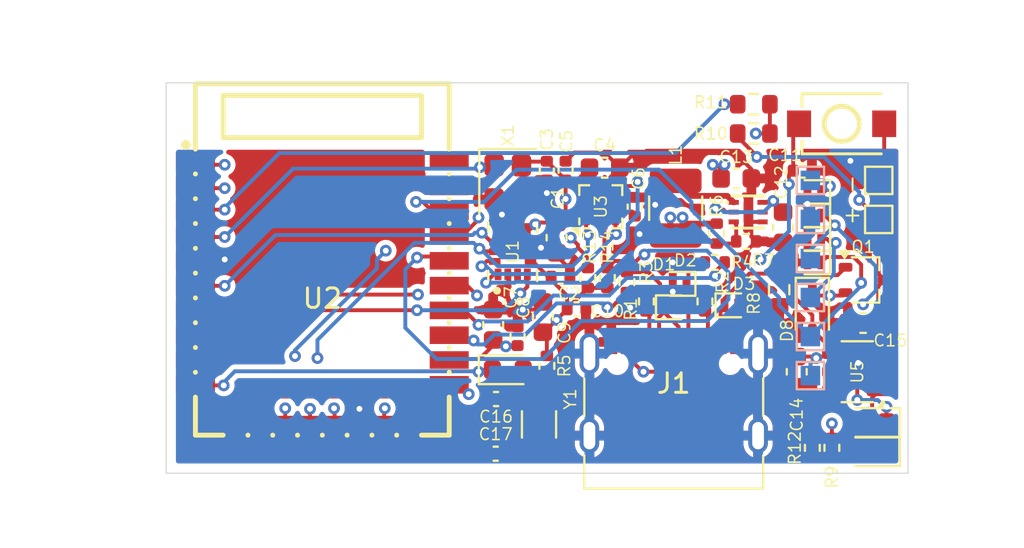
<source format=kicad_pcb>
(kicad_pcb (version 20241229) (generator "pcbnew") (generator_version "9.0")
  (layers (0 "F.Cu" signal) (4 "In1.Cu" signal) (6 "In2.Cu" signal) (2 "B.Cu" signal) (13 "F.Paste" user) (15 "B.Paste" user) (5 "F.SilkS" user "F.Silkscreen") (7 "B.SilkS" user "B.Silkscreen") (1 "F.Mask" user) (3 "B.Mask" user) (25 "Edge.Cuts" user))
  (net 0 "")
  (net 1 "GND")
  (net 2 "+3V3")
  (net 3 "Net-(U3-C1)")
  (net 4 "VBUS")
  (net 5 "KEY")
  (net 6 "VDC")
  (net 7 "+BATT")
  (net 8 "Net-(U2-XL1)")
  (net 9 "Net-(C16-Pad2)")
  (net 10 "Net-(C17-Pad2)")
  (net 11 "Net-(U2-XL2)")
  (net 12 "DN")
  (net 13 "DP")
  (net 14 "SWD")
  (net 15 "SWC")
  (net 16 "~{RST}")
  (net 17 "DOCK")
  (net 19 "Net-(J1-CC1)")
  (net 20 "Net-(J1-CC2)")
  (net 22 "Net-(U4-SW)")
  (net 23 "Net-(LED1-A)")
  (net 24 "LED")
  (net 25 "Net-(LED2-A)")
  (net 26 "Net-(LED2-K)")
  (net 27 "Net-(LED3-K)")
  (net 28 "Net-(U2-D-)")
  (net 29 "Net-(U2-D+)")
  (net 30 "Net-(U4-FB)")
  (net 31 "BATLVL")
  (net 32 "~{ADC_EN}")
  (net 33 "Net-(U5-PROG)")
  (net 34 "~{CS}_IMU")
  (net 35 "~{CS}_MAG")
  (net 36 "MOSI")
  (net 37 "MISO")
  (net 38 "SCLK")
  (net 39 "CLK")
  (net 40 "INT")
  (net 43 "OSC_EN")
  (footprint "LED_SMD:LED_0603_1608Metric" (layer "F.Cu") (at 86.1125 51.4 180)
    (property "Reference" "LED3" (hide yes))
    (property "Value" "XL-1608UGC-06")
  )
  (footprint "Capacitor_SMD:C_0603_1608Metric" (layer "F.Cu") (at 66.75 46.4 90)
    (property "Reference" "C7")
    (property "Value" "1u")
  )
  (footprint "Resistor_SMD:R_0402_1005Metric" (layer "F.Cu") (at 73.6 44.21 -90)
    (property "Reference" "R3")
    (property "Value" "27")
  )
  (footprint "Capacitor_SMD:C_0603_1608Metric" (layer "F.Cu") (at 85.7 46.3 180)
    (property "Reference" "C15")
    (property "Value" "10u")
  )
  (footprint "Package_LGA:LGA-12_2x2mm_P0.5mm" (layer "F.Cu") (at 72.2625 40.35 90)
    (property "Reference" "U3")
    (property "Value" "LIS2MDL")
  )
  (footprint "Resistor_SMD:R_0402_1005Metric" (layer "F.Cu") (at 78.1 43.2)
    (property "Reference" "R4")
    (property "Value" "27")
  )
  (footprint "Resistor_SMD:R_0402_1005Metric" (layer "F.Cu") (at 84.1 52.7 90)
    (property "Reference" "R9")
    (property "Value" "1k")
  )
  (footprint "TestPoint:TestPoint_Pad_1.0x1.0mm" (layer "F.Cu") (at 86.5 41 180)
    (property "Reference" "TP7" (hide yes))
    (property "Value" "TestPoint")
  )
  (footprint "Diode_SMD:D_SOD-882" (layer "F.Cu") (at 83.2 42 180)
    (property "Reference" "D4" (hide yes))
    (property "Value" "PESD5V0X1UB")
  )
  (footprint "Resistor_SMD:R_0402_1005Metric" (layer "F.Cu") (at 71.6 44 -90)
    (property "Reference" "R13")
    (property "Value" "100k")
  )
  (footprint "Diode_SMD:D_SOD-882" (layer "F.Cu") (at 76.3 44.3 180)
    (property "Reference" "D2")
    (property "Value" "PESD5V0X1UB")
  )
  (footprint "Capacitor_SMD:C_0402_1005Metric" (layer "F.Cu") (at 70.4625 38.5 90)
    (property "Reference" "C5")
    (property "Value" "100n")
  )
  (footprint "Capacitor_SMD:C_0402_1005Metric" (layer "F.Cu") (at 68 46.98 90)
    (property "Reference" "C8")
    (property "Value" "100n")
  )
  (footprint "Capacitor_SMD:C_0402_1005Metric" (layer "F.Cu") (at 66.9 50.2)
    (property "Reference" "C16")
    (property "Value" "22p")
  )
  (footprint "Inductor_SMD:L_1210_3225Metric" (layer "F.Cu") (at 76.1 40.425 -90)
    (property "Reference" "L1")
    (property "Value" "2.2u")
  )
  (footprint "Diode_SMD:D_SOD-882" (layer "F.Cu") (at 83.2 43.2 180)
    (property "Reference" "D5" (hide yes))
    (property "Value" "PESD5V0X1UB")
  )
  (footprint "Resistor_SMD:R_0402_1005Metric" (layer "F.Cu") (at 79.71 42.125)
    (property "Reference" "R7")
    (property "Value" "499k")
  )
  (footprint "Crystal:Crystal_SMD_2520-4Pin_2.5x2.0mm" (layer "F.Cu") (at 67.5 39.1 -90)
    (property "Reference" "X1")
    (property "Value" "S2D32.768KB20F30T")
  )
  (footprint "Capacitor_SMD:C_0402_1005Metric" (layer "F.Cu") (at 66.88 53)
    (property "Reference" "C17")
    (property "Value" "22p")
  )
  (footprint "Diode_SMD:D_SOD-882" (layer "F.Cu") (at 75.9 45.5)
    (property "Reference" "D1")
    (property "Value" "PESD5V0X1UB")
  )
  (footprint "Capacitor_SMD:C_0603_1608Metric" (layer "F.Cu") (at 81.6 41.4 -90)
    (property "Reference" "C12")
    (property "Value" "10u")
  )
  (footprint "Resistor_SMD:R_0402_1005Metric" (layer "F.Cu") (at 83.1 52.7 90)
    (property "Reference" "R12")
    (property "Value" "10k")
  )
  (footprint "Capacitor_SMD:C_0402_1005Metric" (layer "F.Cu") (at 74 40.35 90)
    (property "Reference" "C6")
    (property "Value" "220n")
  )
  (footprint "nrfslime:SW-SMD_L3.9-W3.0-P4.45" (layer "F.Cu") (at 84.6 36.1)
    (property "Reference" "SW1" (hide yes))
    (property "Value" "TS-1088-AR02016")
  )
  (footprint "Resistor_SMD:R_0402_1005Metric" (layer "F.Cu") (at 72.6 44 -90)
    (property "Reference" "R14")
    (property "Value" "100k")
  )
  (footprint "Capacitor_SMD:C_0402_1005Metric" (layer "F.Cu") (at 71.02 45.6)
    (property "Reference" "C10")
    (property "Value" "100n")
  )
  (footprint "Package_TO_SOT_SMD:SOT-23-6" (layer "F.Cu") (at 85.4 48.8 180)
    (property "Reference" "U5")
    (property "Value" "TP4057-42-SOT26-R")
  )
  (footprint "Resistor_SMD:R_0402_1005Metric" (layer "F.Cu") (at 69.5 48.5 90)
    (property "Reference" "R5")
    (property "Value" "1k")
  )
  (footprint "Crystal:Crystal_SMD_3215-2Pin_3.2x1.5mm" (layer "F.Cu") (at 69.1 51.5 90)
    (property "Reference" "Y1")
    (property "Value" "Q13FC13500004")
  )
  (footprint "Capacitor_SMD:C_0603_1608Metric" (layer "F.Cu") (at 69.3 46 90)
    (property "Reference" "C9")
    (property "Value" "1u")
  )
  (footprint "Resistor_SMD:R_0402_1005Metric" (layer "F.Cu") (at 78.2 41.725 -90)
    (property "Reference" "R6")
    (property "Value" "965k")
  )
  (footprint "Capacitor_SMD:C_0603_1608Metric" (layer "F.Cu") (at 72.4625 38.35)
    (property "Reference" "C4")
    (property "Value" "10u")
  )
  (footprint "Resistor_SMD:R_0402_1005Metric" (layer "F.Cu") (at 74.6 45.2 90)
    (property "Reference" "R1")
    (property "Value" "5.1k")
  )
  (footprint "Capacitor_SMD:C_0402_1005Metric" (layer "F.Cu") (at 82.6 38.5)
    (property "Reference" "C11")
    (property "Value" "220n")
  )
  (footprint "nrfslime:DFN-6_L1.5-W1.5-P0.50-BL-EP1.0" (layer "F.Cu") (at 79.81 40.625)
    (property "Reference" "U4" (hide yes))
    (property "Value" "EA8103DHR")
  )
  (footprint "Resistor_SMD:R_0603_1608Metric" (layer "F.Cu") (at 81.4 44.6 90)
    (property "Reference" "R8")
    (property "Value" "100k")
  )
  (footprint "LED_SMD:LED_0603_1608Metric" (layer "F.Cu") (at 86.1 52.9 180)
    (property "Reference" "LED2" (hide yes))
    (property "Value" "XL-1608SURC-06")
  )
  (footprint "Diode_SMD:D_SOD-882" (layer "F.Cu") (at 83.2 40.8 180)
    (property "Reference" "D6" (hide yes))
    (property "Value" "PESD5V0X1UB")
  )
  (footprint "Resistor_SMD:R_0603_1608Metric" (layer "F.Cu") (at 80.1 35.1)
    (property "Reference" "R11")
    (property "Value" "51k")
  )
  (footprint "Diode_SMD:D_SOD-882" (layer "F.Cu") (at 78.95 45.4)
    (property "Reference" "D3")
    (property "Value" "PESD5V0X1UB")
  )
  (footprint "Capacitor_SMD:C_0603_1608Metric" (layer "F.Cu") (at 82.3 48.8 90)
    (property "Reference" "C14")
    (property "Value" "1u")
  )
  (footprint "42688:PQFN50P300X250X97-14N" (layer "F.Cu") (at 67.75 42.65 90)
    (property "Reference" "U1")
    (property "Value" "ICM-45686")
  )
  (footprint "Capacitor_SMD:C_0603_1608Metric" (layer "F.Cu") (at 79.2 38.9)
    (property "Reference" "C13")
    (property "Value" "10u")
  )
  (footprint "Package_TO_SOT_SMD:SOT-323_SC-70" (layer "F.Cu") (at 85.8 44.1)
    (property "Reference" "Q1")
    (property "Value" "NTS2101PT1G")
  )
  (footprint "Connector_USB:USB_C_Receptacle_G-Switch_GT-USB-7010ASV" (layer "F.Cu") (at 76 51)
    (property "Reference" "J1")
    (property "Value" "GT-USB-7010ASV")
  )
  (footprint "nrf:E73-2G4M08S1C_nobottom" (layer "F.Cu") (at 58 45.05 180)
    (property "Reference" "U2")
    (property "Value" "E73-2G4M08S1C")
  )
  (footprint "Resistor_SMD:R_0402_1005Metric" (layer "F.Cu") (at 77.6 45.2 90)
    (property "Reference" "R2")
    (property "Value" "5.1k")
  )
  (footprint "Capacitor_SMD:C_0402_1005Metric" (layer "F.Cu") (at 70.2 43.935)
    (property "Reference" "C2")
    (property "Value" "100n")
  )
  (footprint "Capacitor_SMD:C_0402_1005Metric" (layer "F.Cu") (at 69.5 38.5 -90)
    (property "Reference" "C3")
    (property "Value" "100n")
  )
  (footprint "TestPoint:TestPoint_Pad_1.0x1.0mm" (layer "F.Cu") (at 86.5 39 180)
    (property "Reference" "TP8" (hide yes))
    (property "Value" "TestPoint")
  )
  (footprint "Diode_SMD:D_SOD-323" (layer "F.Cu") (at 83.1 45.6 -90)
    (property "Reference" "D8")
    (property "Value" "1N5819WS")
  )
  (footprint "LED_SMD:LED_0603_1608Metric" (layer "F.Cu") (at 67.5 48.7)
    (property "Reference" "LED1" (hide yes))
    (property "Value" "XL-1608UBC-04")
  )
  (footprint "Resistor_SMD:R_0603_1608Metric" (layer "F.Cu") (at 80.1 36.6 180)
    (property "Reference" "R10")
    (property "Value" "100k")
  )
  (footprint "Capacitor_SMD:C_0603_1608Metric" (layer "F.Cu") (at 70 41.935 -90)
    (property "Reference" "C1")
    (property "Value" "10u")
  )
  (footprint "Diode_SMD:D_SOD-882" (layer "F.Cu") (at 83.2 39.6 180)
    (property "Reference" "D7" (hide yes))
    (property "Value" "PESD5V0X1UB")
  )
  (footprint "TestPoint:TestPoint_Pad_1.0x1.0mm" (layer "B.Cu") (at 83 39 180)
    (property "Reference" "TP6" (hide yes))
    (property "Value" "TestPoint")
  )
  (footprint "TestPoint:TestPoint_Pad_1.0x1.0mm" (layer "B.Cu") (at 83 47 180)
    (property "Reference" "TP3" (hide yes))
    (property "Value" "TestPoint")
  )
  (footprint "TestPoint:TestPoint_Pad_1.0x1.0mm" (layer "B.Cu") (at 83 49 180)
    (property "Reference" "TP1" (hide yes))
    (property "Value" "TestPoint")
  )
  (footprint "TestPoint:TestPoint_Pad_1.0x1.0mm" (layer "B.Cu") (at 83 45 180)
    (property "Reference" "TP2" (hide yes))
    (property "Value" "TestPoint")
  )
  (footprint "TestPoint:TestPoint_Pad_1.0x1.0mm" (layer "B.Cu") (at 83 41 180)
    (property "Reference" "TP5" (hide yes))
    (property "Value" "TestPoint")
  )
  (footprint "TestPoint:TestPoint_Pad_1.0x1.0mm" (layer "B.Cu") (at 83 43 180)
    (property "Reference" "TP4" (hide yes))
    (property "Value" "TestPoint")
  )
  (gr_rect (start 50 34) (end 88 54) (stroke (width 0.05)) (fill no) (layer "Edge.Cuts"))
  (gr_text "+ -" (at 85.1 40 90) (layer "F.SilkS") (effects (font (size 0.8 0.8) (thickness 0.1))))
  (segment (start 79.975 41.2) (end 79.975 41.88) (width 0.2) (layer "F.Cu") (net 1))
  (segment (start 79.975 38.9) (end 79.975 38.425) (width 0.2) (layer "F.Cu") (net 1))
  (segment (start 72.4615 37.574) (end 73.2375 38.35) (width 0.2) (layer "F.Cu") (net 1))
  (segment (start 81.55 42.125) (end 81.6 42.175) (width 0.2) (layer "F.Cu") (net 1))
  (segment (start 72.5125 39.075) (end 73.2375 38.35) (width 0.2) (layer "F.Cu") (net 1))
  (segment (start 74 39.87) (end 74.66853 39.87) (width 0.2) (layer "F.Cu") (net 1))
  (segment (start 72.5125 39.5875) (end 72.5125 39.075) (width 0.2) (layer "F.Cu") (net 1))
  (segment (start 76.25 45.15) (end 76.25 45.5) (width 0.2) (layer "F.Cu") (net 1))
  (segment (start 80.5475 41.125) (end 80.05 41.125) (width 0.2) (layer "F.Cu") (net 1))
  (segment (start 69.85 42.45) (end 69.85 42.71) (width 0.2) (layer "F.Cu") (net 1))
  (segment (start 66.8 39.975) (end 66.8 40.5) (width 0.2) (layer "F.Cu") (net 1))
  (segment (start 73.77 45.52) (end 74.6 44.69) (width 0.2) (layer "F.Cu") (net 1))
  (segment (start 80.22 42.125) (end 81.55 42.125) (width 0.2) (layer "F.Cu") (net 1))
  (segment (start 79.975 41.88) (end 80.22 42.125) (width 0.2) (layer "F.Cu") (net 1))
  (segment (start 70.53 43.39) (end 69.85 42.71) (width 0.2) (layer "F.Cu") (net 1))
  (segment (start 70.4625 38.02) (end 70.9085 37.574) (width 0.2) (layer "F.Cu") (net 1))
  (segment (start 74.66853 39.87) (end 75.049265 40.250735) (width 0.2) (layer "F.Cu") (net 1))
  (segment (start 79.975 38.9) (end 79.975 41.2) (width 0.2) (layer "F.Cu") (net 1))
  (segment (start 70.53 43.935) (end 70.53 43.39) (width 0.2) (layer "F.Cu") (net 1))
  (segment (start 67.5 43.815) (end 67.899 43.815) (width 0.2) (layer "F.Cu") (net 1))
  (segment (start 59.9 52.01) (end 59.9 50.7) (width 0.2) (layer "F.Cu") (net 1))
  (segment (start 85.45 48.35) (end 85.9 48.8) (width 0.2) (layer "F.Cu") (net 1))
  (segment (start 79.6 43.4829) (end 79.6 42.745) (width 0.2) (layer "F.Cu") (net 1))
  (segment (start 70.9085 37.574) (end 72.4615 37.574) (width 0.2) (layer "F.Cu") (net 1))
  (segment (start 85.9 48.8) (end 86.5375 48.8) (width 0.2) (layer "F.Cu") (net 1))
  (segment (start 86.78 38.72) (end 86.5 39) (width 0.2) (layer "F.Cu") (net 1))
  (segment (start 73.9885 37.599) (end 73.2375 38.35) (width 0.2) (layer "F.Cu") (net 1))
  (segment (start 77.6 44.69) (end 78.3929 44.69) (width 0.2) (layer "F.Cu") (net 1))
  (segment (start 75.95 44.7) (end 75.95 44.85) (width 0.2) (layer "F.Cu") (net 1))
  (segment (start 66.8 40.5) (end 67.45 41.15) (width 0.2) (layer "F.Cu") (net 1))
  (segment (start 75.95 44.85) (end 76.25 45.15) (width 0.2) (layer "F.Cu") (net 1))
  (segment (start 79.149 37.599) (end 73.9885 37.599) (width 0.2) (layer "F.Cu") (net 1))
  (segment (start 80.05 41.125) (end 79.975 41.2) (width 0.2) (layer "F.Cu") (net 1))
  (segment (start 79.975 38.425) (end 79.149 37.599) (width 0.2) (layer "F.Cu") (net 1))
  (segment (start 68.465 42.135) (end 69.275 42.135) (width 0.2) (layer "F.Cu") (net 1))
  (segment (start 69.275 42.135) (end 69.85 42.71) (width 0.2) (layer "F.Cu") (net 1))
  (segment (start 86.78 36.1) (end 86.78 38.72) (width 0.2) (layer "F.Cu") (net 1))
  (segment (start 73.025 40.1) (end 73.67 40.1) (width 0.2) (layer "F.Cu") (net 1))
  (segment (start 67.45 41.15) (end 67.45 41.485) (width 0.2) (layer "F.Cu") (net 1))
  (segment (start 68.265447 45.618923) (end 68.906077 45.618923) (width 0.2) (layer "F.Cu") (net 1))
  (segment (start 66.95 41.485) (end 67.45 41.485) (width 0.2) (layer "F.Cu") (net 1))
  (segment (start 78.3929 44.69) (end 79.6 43.4829) (width 0.2) (layer "F.Cu") (net 1))
  (segment (start 75.95 44.7) (end 75.95 44.3) (width 0.2) (layer "F.Cu") (net 1))
  (segment (start 79.6 42.745) (end 80.22 42.125) (width 0.2) (layer "F.Cu") (net 1))
  (segment (start 68.906077 45.618923) (end 69.3 45.225) (width 0.2) (layer "F.Cu") (net 1))
  (segment (start 73.67 40.1) (end 74 39.77) (width 0.2) (layer "F.Cu") (net 1))
  (via (at 68.265447 45.618923) (size 0.6) (drill 0.3) (layers "F.Cu" "B.Cu") (net 1))
  (via (at 85.05 38) (size 0.6) (drill 0.3) (layers "F.Cu" "B.Cu") (net 1))
  (via (at 59.9 50.7) (size 0.6) (drill 0.3) (layers "F.Cu" "B.Cu") (net 1))
  (via (at 67.2 40.75) (size 0.6) (drill 0.3) (layers "F.Cu" "B.Cu") (net 1))
  (via (at 75.95 44.7) (size 0.6) (drill 0.3) (layers "F.Cu" "B.Cu") (net 1))
  (via (at 74.25 41.75) (size 0.6) (drill 0.3) (layers "F.Cu" "B.Cu") (net 1))
  (via (at 75.049265 40.250735) (size 0.6) (drill 0.3) (layers "F.Cu" "B.Cu") (net 1))
  (via (at 75.95 43.2) (size 0.6) (drill 0.3) (layers "F.Cu" "B.Cu") (net 1))
  (via (at 69.5 39.65) (size 0.6) (drill 0.3) (layers "F.Cu" "B.Cu") (net 1))
  (via (at 69.2 42.45) (size 0.6) (drill 0.3) (layers "F.Cu" "B.Cu") (net 1))
  (via (at 73.77 45.52) (size 0.6) (drill 0.3) (layers "F.Cu" "B.Cu") (net 1))
  (via (at 82.85 40.2) (size 0.6) (drill 0.3) (layers "F.Cu" "B.Cu") (net 1))
  (via (at 53 43.05) (size 0.6) (drill 0.3) (layers "F.Cu" "B.Cu") (net 1))
  (via (at 85.45 48.35) (size 0.6) (drill 0.3) (layers "F.Cu" "B.Cu") (net 1))
  (segment (start 69.05 41.25) (end 69.14 41.16) (width 0.2) (layer "F.Cu") (net 2))
  (segment (start 69.5 47.99) (end 69.5 46.975) (width 0.2) (layer "F.Cu") (net 2))
  (segment (start 69.95 46.19) (end 69.365 46.775) (width 0.2) (layer "F.Cu") (net 2))
  (segment (start 68.385 38.04) (end 68.2 38.225) (width 0.2) (layer "F.Cu") (net 2))
  (segment (start 70.54 45.6) (end 70.54 45.57) (width 0.2) (layer "F.Cu") (net 2))
  (segment (start 78.425 38.425) (end 78.425 38.9) (width 0.2) (layer "F.Cu") (net 2))
  (segment (start 78.6 38.2) (end 78.550003 38.249997) (width 0.2) (layer "F.Cu") (net 2))
  (segment (start 68.77 43.135) (end 69.57 43.935) (width 0.2) (layer "F.Cu") (net 2))
  (segment (start 61.17 50.701) (end 61.2 50.671) (width 0.2) (layer "F.Cu") (net 2))
  (segment (start 70.54 45.57) (end 71.6 44.51) (width 0.2) (layer "F.Cu") (net 2))
  (segment (start 70 46.15) (end 69.96 46.19) (width 0.2) (layer "F.Cu") (net 2))
  (segment (start 69.365 46.775) (end 69.3 46.775) (width 0.2) (layer "F.Cu") (net 2))
  (segment (start 68.665 41.485) (end 68.9 41.25) (width 0.2) (layer "F.Cu") (net 2))
  (segment (start 70.955 39.03) (end 71.5125 39.5875) (width 0.2) (layer "F.Cu") (net 2))
  (segment (start 78.2 41.215) (end 76.71 41.215) (width 0.3) (layer "F.Cu") (net 2))
  (segment (start 69.14 41.16) (end 69.85 41.16) (width 0.2) (layer "F.Cu") (net 2))
  (segment (start 70.04 46.11) (end 70.04 46.1) (width 0.2) (layer "F.Cu") (net 2))
  (segment (start 69.5 46.975) (end 69.3 46.775) (width 0.2) (layer "F.Cu") (net 2))
  (segment (start 76.45 40.9) (end 76.45 41.475) (width 0.3) (layer "F.Cu") (net 2))
  (segment (start 61.17 52.01) (end 61.17 50.701) (width 0.2) (layer "F.Cu") (net 2))
  (segment (start 70.955 39.03) (end 71.0075 39.03) (width 0.2) (layer "F.Cu") (net 2))
  (segment (start 70.04 46.1) (end 70.54 45.6) (width 0.2) (layer "F.Cu") (net 2))
  (segment (start 78.550003 38.249997) (end 78.550003 38.774997) (width 0.2) (layer "F.Cu") (net 2))
  (segment (start 68.9 41.25) (end 69.05 41.25) (width 0.2) (layer "F.Cu") (net 2))
  (segment (start 69.57 43.935) (end 70.54 44.905) (width 0.2) (layer "F.Cu") (net 2))
  (segment (start 71.5125 39.5875) (end 72.0125 39.5875) (width 0.2) (layer "F.Cu") (net 2))
  (segment (start 76.71 41.215) (end 76.1 41.825) (width 0.3) (layer "F.Cu") (net 2))
  (segment (start 69.5 38.02) (end 69.5025 38.02) (width 0.2) (layer "F.Cu") (net 2))
  (segment (start 70.54 44.905) (end 70.54 45.6) (width 0.2) (layer "F.Cu") (net 2))
  (segment (start 69.96 46.19) (end 69.95 46.19) (width 0.2) (layer "F.Cu") (net 2))
  (segment (start 70.4625 40.5475) (end 70.4625 39.95) (width 0.2) (layer "F.Cu") (net 2))
  (segment (start 68.5 41.485) (end 68.665 41.485) (width 0.2) (layer "F.Cu") (net 2))
  (segment (start 70.4625 39.95) (end 70.4625 39.03) (width 0.2) (layer "F.Cu") (net 2))
  (segment (start 78.550003 38.774997) (end 78.425 38.9) (width 0.2) (layer "F.Cu") (net 2))
  (segment (start 70.4625 39.03) (end 70.955 39.03) (width 0.2) (layer "F.Cu") (net 2))
  (segment (start 78.2 38.2) (end 78.425 38.425) (width 0.2) (layer "F.Cu") (net 2))
  (segment (start 58.63 50.701) (end 58.6 50.671) (width 0.2) (layer "F.Cu") (net 2))
  (segment (start 58.63 52.01) (end 58.63 50.701) (width 0.2) (layer "F.Cu") (net 2))
  (segment (start 71.0075 39.03) (end 71.6875 38.35) (width 0.2) (layer "F.Cu") (net 2))
  (segment (start 69.5 38.04505) (end 69.5 38.04) (width 0.2) (layer "F.Cu") (net 2))
  (segment (start 69.5 38.04) (end 68.385 38.04) (width 0.2) (layer "F.Cu") (net 2))
  (segment (start 70.4625 39.03) (end 70.4625 39.00755) (width 0.2) (layer "F.Cu") (net 2))
  (segment (start 78 38.2) (end 78.2 38.2) (width 0.2) (layer "F.Cu") (net 2))
  (segment (start 69.5025 38.02) (end 70.4625 38.98) (width 0.2) (layer "F.Cu") (net 2))
  (segment (start 68.465 43.135) (end 68.77 43.135) (width 0.2) (layer "F.Cu") (net 2))
  (segment (start 68.9 41.25) (end 68.9 41.4) (width 0.2) (layer "F.Cu") (net 2))
  (segment (start 70 46.15) (end 70.04 46.11) (width 0.2) (layer "F.Cu") (net 2))
  (segment (start 69.85 41.16) (end 70.4625 40.5475) (width 0.2) (layer "F.Cu") (net 2))
  (segment (start 75.825 40.9) (end 75.825 41.55) (width 0.3) (layer "F.Cu") (net 2))
  (segment (start 71.6 44.51) (end 72.6 44.51) (width 0.2) (layer "F.Cu") (net 2))
  (via (at 58.6 50.671) (size 0.6) (drill 0.3) (layers "F.Cu" "B.Cu") (net 2))
  (via (at 70.4625 39.95) (size 0.6) (drill 0.3) (layers "F.Cu" "B.Cu") (net 2))
  (via (at 61.2 50.671) (size 0.6) (drill 0.3) (layers "F.Cu" "B.Cu") (net 2))
  (via (at 78 38.2) (size 0.6) (drill 0.3) (layers "F.Cu" "B.Cu") (net 2))
  (via (at 75.825 40.9) (size 0.6) (drill 0.3) (layers "F.Cu" "B.Cu") (net 2))
  (via (at 76.45 40.9) (size 0.6) (drill 0.3) (layers "F.Cu" "B.Cu") (net 2))
  (via (at 78.6 38.2) (size 0.6) (drill 0.3) (layers "F.Cu" "B.Cu") (net 2))
  (via (at 70 46.15) (size 0.6) (drill 0.3) (layers "F.Cu" "B.Cu") (net 2))
  (via (at 68.9 41.25) (size 0.6) (drill 0.3) (layers "F.Cu" "B.Cu") (net 2))
  (segment (start 74 40.73) (end 73.87 40.6) (width 0.2) (layer "F.Cu") (net 3))
  (segment (start 73.87 40.6) (end 73.025 40.6) (width 0.2) (layer "F.Cu") (net 3))
  (segment (start 67.36 47.46) (end 66.985 47.46) (width 0.2) (layer "F.Cu") (net 4))
  (segment (start 73.6 47.275) (end 73.786 47.461) (width 0.2) (layer "F.Cu") (net 4))
  (segment (start 66.2724 47.924) (end 66.276 47.924) (width 0.2) (layer "F.Cu") (net 4))
  (segment (start 83.375 48.025) (end 84.0875 48.025) (width 0.2) (layer "F.Cu") (net 4))
  (segment (start 77.527992 48.801) (end 78.4 47.928992) (width 0.2) (layer "F.Cu") (net 4))
  (segment (start 84.1 52.19) (end 84.1 51.45) (width 0.2) (layer "F.Cu") (net 4))
  (segment (start 83.3 48.1) (end 83.375 48.025) (width 0.2) (layer "F.Cu") (net 4))
  (segment (start 73.786 48.183) (end 74.404 48.801) (width 0.2) (layer "F.Cu") (net 4))
  (segment (start 81.4 44.2) (end 81.4 43.775) (width 0.2) (layer "F.Cu") (net 4))
  (segment (start 83.1 45.9) (end 81.4 44.2) (width 0.2) (layer "F.Cu") (net 4))
  (segment (start 83.1 46.65) (end 83.1 45.9) (width 0.2) (layer "F.Cu") (net 4))
  (segment (start 66.985 47.46) (end 66.7 47.175) (width 0.2) (layer "F.Cu") (net 4))
  (segment (start 74.404 48.801) (end 74.45 48.801) (width 0.2) (layer "F.Cu") (net 4))
  (segment (start 79.875 43.775) (end 81.4 43.775) (width 0.2) (layer "F.Cu") (net 4))
  (segment (start 66.276 47.924) (end 66.7 47.5) (width 0.2) (layer "F.Cu") (net 4))
  (segment (start 68 47.46) (end 67.44 47.46) (width 0.2) (layer "F.Cu") (net 4))
  (segment (start 78.4 47.928992) (end 78.4 47.275) (width 0.2) (layer "F.Cu") (net 4))
  (segment (start 84.2625 47.85) (end 84.2625 47.8125) (width 0.2) (layer "F.Cu") (net 4))
  (segment (start 84.399 43.851) (end 84.8 43.45) (width 0.2) (layer "F.Cu") (net 4))
  (segment (start 67.4 47.5) (end 67.36 47.46) (width 0.2) (layer "F.Cu") (net 4))
  (segment (start 78.6 45.4) (end 78.6 45.05) (width 0.2) (layer "F.Cu") (net 4))
  (segment (start 78.4 47.275) (end 78.4 45.6) (width 0.2) (layer "F.Cu") (net 4))
  (segment (start 64.5 48.15) (end 66.0464 48.15) (width 0.2) (layer "F.Cu") (net 4))
  (segment (start 66.7 47.5) (end 66.7 47.175) (width 0.2) (layer "F.Cu") (net 4))
  (segment (start 73.786 47.461) (end 73.786 48.183) (width 0.2) (layer "F.Cu") (net 4))
  (segment (start 82.3 48.025) (end 83.225 48.025) (width 0.2) (layer "F.Cu") (net 4))
  (segment (start 74.45 48.801) (end 77.527992 48.801) (width 0.2) (layer "F.Cu") (net 4))
  (segment (start 84.2625 47.8125) (end 83.1 46.65) (width 0.2) (layer "F.Cu") (net 4))
  (segment (start 81.476 43.851) (end 84.399 43.851) (width 0.2) (layer "F.Cu") (net 4))
  (segment (start 66.0464 48.15) (end 66.2724 47.924) (width 0.2) (layer "F.Cu") (net 4))
  (segment (start 78.6 45.05) (end 79.875 43.775) (width 0.2) (layer "F.Cu") (net 4))
  (segment (start 81.4 43.775) (end 81.476 43.851) (width 0.2) (layer "F.Cu") (net 4))
  (segment (start 78.4 45.6) (end 78.6 45.4) (width 0.2) (layer "F.Cu") (net 4))
  (segment (start 83.225 48.025) (end 83.3 48.1) (width 0.2) (layer "F.Cu") (net 4))
  (segment (start 84.0875 48.025) (end 84.2625 47.85) (width 0.2) (layer "F.Cu") (net 4))
  (segment (start 67.44 47.46) (end 67.4 47.5) (width 0.2) (layer "F.Cu") (net 4))
  (via (at 83.3 48.1) (size 0.6) (drill 0.3) (layers "F.Cu" "B.Cu") (net 4))
  (via (at 67.4 47.5) (size 0.6) (drill 0.3) (layers "F.Cu" "B.Cu") (net 4))
  (via (at 74.45 48.801) (size 0.6) (drill 0.3) (layers "F.Cu" "B.Cu") (net 4))
  (via (at 84.1 51.45) (size 0.6) (drill 0.3) (layers "F.Cu" "B.Cu") (net 4))
  (segment (start 83 48.4) (end 83 49) (width 0.2) (layer "B.Cu") (net 4))
  (segment (start 83.3 48.1) (end 83 48.4) (width 0.2) (layer "B.Cu") (net 4))
  (segment (start 81.9 39.2) (end 81.9 38.72) (width 0.2) (layer "F.Cu") (net 5))
  (segment (start 65.191568 44.600003) (end 64.760003 44.600003) (width 0.2) (layer "F.Cu") (net 5))
  (segment (start 65.191571 44.6) (end 65.191568 44.600003) (width 0.2) (layer "F.Cu") (net 5))
  (segment (start 82.12 36.4) (end 82.42 36.1) (width 0.2) (layer "F.Cu") (net 5))
  (segment (start 81.9 38.72) (end 82.12 38.5) (width 0.2) (layer "F.Cu") (net 5))
  (segment (start 64.5 44.34) (end 65.369054 44.34) (width 0.2) (layer "F.Cu") (net 5))
  (segment (start 65.369054 44.34) (end 65.923913 44.894859) (width 0.2) (layer "F.Cu") (net 5))
  (segment (start 64.760003 44.600003) (end 64.5 44.34) (width 0.2) (layer "F.Cu") (net 5))
  (segment (start 82.12 38.5) (end 82.12 36.4) (width 0.2) (layer "F.Cu") (net 5))
  (via (at 80.45 43.05) (size 0.6) (drill 0.3) (layers "F.Cu" "B.Cu") (net 5))
  (via (at 65.923913 44.894859) (size 0.6) (drill 0.3) (layers "F.Cu" "B.Cu") (net 5))
  (via (at 81.9 39.2) (size 0.6) (drill 0.3) (layers "F.Cu" "B.Cu") (net 5))
  (segment (start 80.451 43.05) (end 81.9 41.601) (width 0.2) (layer "B.Cu") (net 5))
  (segment (start 80.45 43.05) (end 80.451 43.05) (width 0.2) (layer "B.Cu") (net 5))
  (segment (start 81.9 41.601) (end 81.9 39.2) (width 0.2) (layer "B.Cu") (net 5))
  (segment (start 78.136616 40.445) (end 78.395 40.445) (width 0.2) (layer "F.Cu") (net 6))
  (segment (start 78.395 40.445) (end 78.45 40.5) (width 0.2) (layer "F.Cu") (net 6))
  (segment (start 84.8 44.75) (end 84.65 44.9) (width 0.2) (layer "F.Cu") (net 6))
  (segment (start 84.65 44.9) (end 84 44.9) (width 0.2) (layer "F.Cu") (net 6))
  (segment (start 81.025 40.125) (end 81.1 40.05) (width 0.2) (layer "F.Cu") (net 6))
  (segment (start 81.1 40.05) (end 81.1 40.125) (width 0.2) (layer "F.Cu") (net 6))
  (segment (start 78.45 40.5) (end 78.545806 40.5) (width 0.2) (layer "F.Cu") (net 6))
  (segment (start 80.5475 40.125) (end 81.025 40.125) (width 0.2) (layer "F.Cu") (net 6))
  (segment (start 83.45 44.9) (end 83.1 44.55) (width 0.2) (layer "F.Cu") (net 6))
  (segment (start 81.1 40.125) (end 81.6 40.625) (width 0.2) (layer "F.Cu") (net 6))
  (segment (start 84 44.9) (end 83.45 44.9) (width 0.2) (layer "F.Cu") (net 6))
  (segment (start 78.670806 40.625) (end 79.0725 40.625) (width 0.2) (layer "F.Cu") (net 6))
  (segment (start 78.545806 40.5) (end 78.670806 40.625) (width 0.2) (layer "F.Cu") (net 6))
  (via (at 81.1 40.05) (size 0.6) (drill 0.3) (layers "F.Cu" "B.Cu") (net 6))
  (via (at 84 44.9) (size 0.6) (drill 0.3) (layers "F.Cu" "B.Cu") (net 6))
  (via (at 78.136616 40.445) (size 0.6) (drill 0.3) (layers "F.Cu" "B.Cu") (net 6))
  (segment (start 78.395 40.445) (end 78.574999 40.624999) (width 0.2) (layer "B.Cu") (net 6))
  (segment (start 81.1 40.125) (end 81.1 40.05) (width 0.2) (layer "B.Cu") (net 6))
  (segment (start 78.574999 40.624999) (end 80.600001 40.624999) (width 0.2) (layer "B.Cu") (net 6))
  (segment (start 78.136616 40.445) (end 78.395 40.445) (width 0.2) (layer "B.Cu") (net 6))
  (segment (start 80.600001 40.624999) (end 81.1 40.125) (width 0.2) (layer "B.Cu") (net 6))
  (segment (start 86.475 46.3) (end 86.475 44.425) (width 0.2) (layer "F.Cu") (net 7))
  (segment (start 85.5 40) (end 86.5 41) (width 0.2) (layer "F.Cu") (net 7))
  (segment (start 86.475 44.425) (end 86.8 44.1) (width 0.2) (layer "F.Cu") (net 7))
  (segment (start 79.275 36.775) (end 79.275 36.6) (width 0.2) (layer "F.Cu") (net 7))
  (segment (start 86.5375 47.85) (end 86.5375 46.3625) (width 0.2) (layer "F.Cu") (net 7))
  (segment (start 86.5 43.8) (end 86.5 41) (width 0.2) (layer "F.Cu") (net 7))
  (segment (start 86.5375 46.3625) (end 86.475 46.3) (width 0.2) (layer "F.Cu") (net 7))
  (segment (start 80.25 37.75) (end 79.275 36.775) (width 0.2) (layer "F.Cu") (net 7))
  (segment (start 86.8 44.1) (end 86.5 43.8) (width 0.2) (layer "F.Cu") (net 7))
  (segment (start 80.25 37.8) (end 80.25 37.75) (width 0.2) (layer "F.Cu") (net 7))
  (via (at 80.25 37.8) (size 0.6) (drill 0.3) (layers "F.Cu" "B.Cu") (net 7))
  (via (at 85.5 40) (size 0.6) (drill 0.3) (layers "F.Cu" "B.Cu") (net 7))
  (segment (start 83.7 37.8) (end 85.5 39.6) (width 0.2) (layer "B.Cu") (net 7))
  (segment (start 85.5 39.6) (end 85.5 40) (width 0.2) (layer "B.Cu") (net 7))
  (segment (start 80.25 37.8) (end 83.7 37.8) (width 0.2) (layer "B.Cu") (net 7))
  (segment (start 53.55 52.01) (end 53.55 50.81) (width 0.2) (layer "F.Cu") (net 8))
  (segment (start 66.02 50.6) (end 66.42 50.2) (width 0.2) (layer "F.Cu") (net 8))
  (segment (start 62.629 49.5) (end 63.729 50.6) (width 0.2) (layer "F.Cu") (net 8))
  (segment (start 53.55 50.81) (end 54.86 49.5) (width 0.2) (layer "F.Cu") (net 8))
  (segment (start 63.729 50.6) (end 66.02 50.6) (width 0.2) (layer "F.Cu") (net 8))
  (segment (start 54.86 49.5) (end 62.629 49.5) (width 0.2) (layer "F.Cu") (net 8))
  (segment (start 66.42 50.2) (end 66.39 50.17) (width 0.2) (layer "F.Cu") (net 8))
  (segment (start 68.85 50.2) (end 69 50.35) (width 0.2) (layer "F.Cu") (net 9))
  (segment (start 67.38 50.2) (end 68.85 50.2) (width 0.2) (layer "F.Cu") (net 9))
  (segment (start 67.36 53) (end 68.85 53) (width 0.2) (layer "F.Cu") (net 10))
  (segment (start 68.85 53) (end 69 52.85) (width 0.2) (layer "F.Cu") (net 10))
  (segment (start 62.6319 50.07) (end 63.6609 51.099) (width 0.2) (layer "F.Cu") (net 11))
  (segment (start 63.6609 51.099) (end 64.957521 51.099) (width 0.2) (layer "F.Cu") (net 11))
  (segment (start 66.4 52.541479) (end 66.4 53) (width 0.2) (layer "F.Cu") (net 11))
  (segment (start 54.83 50.81) (end 55.57 50.07) (width 0.2) (layer "F.Cu") (net 11))
  (segment (start 54.83 52.01) (end 54.83 50.81) (width 0.2) (layer "F.Cu") (net 11))
  (segment (start 55.57 50.07) (end 62.6319 50.07) (width 0.2) (layer "F.Cu") (net 11))
  (segment (start 64.957521 51.099) (end 66.4 52.541479) (width 0.2) (layer "F.Cu") (net 11))
  (segment (start 74.7 43.7) (end 73.6 43.7) (width 0.2) (layer "F.Cu") (net 12))
  (segment (start 75.3 44.3) (end 74.7 43.7) (width 0.2) (layer "F.Cu") (net 12))
  (segment (start 75.55 45.5) (end 75.55 45.7) (width 0.2) (layer "F.Cu") (net 12))
  (segment (start 75.3 44.951) (end 75.3 44.3) (width 0.2) (layer "F.Cu") (net 12))
  (segment (start 75.55 45.5) (end 75.55 45.201) (width 0.2) (layer "F.Cu") (net 12))
  (segment (start 75.55 45.8) (end 75.55 45.5) (width 0.2) (layer "F.Cu") (net 12))
  (segment (start 76.25 47.275) (end 76.25 46.5) (width 0.2) (layer "F.Cu") (net 12))
  (segment (start 75.55 45.201) (end 75.3 44.951) (width 0.2) (layer "F.Cu") (net 12))
  (segment (start 75.55 45.7) (end 75.25 46) (width 0.2) (layer "F.Cu") (net 12))
  (segment (start 76.25 46.5) (end 75.55 45.8) (width 0.2) (layer "F.Cu") (net 12))
  (segment (start 75.25 47.275) (end 75.25 46) (width 0.2) (layer "F.Cu") (net 12))
  (segment (start 77.25 43.2) (end 77.59 43.2) (width 0.2) (layer "F.Cu") (net 13))
  (segment (start 75.75 47.275) (end 75.75 48.147) (width 0.2) (layer "F.Cu") (net 13))
  (segment (start 75.75 48.147) (end 76.003 48.4) (width 0.2) (layer "F.Cu") (net 13))
  (segment (start 76.75 43.7) (end 77.25 43.2) (width 0.2) (layer "F.Cu") (net 13))
  (segment (start 76.003 48.4) (end 76.4 48.4) (width 0.2) (layer "F.Cu") (net 13))
  (segment (start 76.75 48.05) (end 76.75 47.275) (width 0.2) (layer "F.Cu") (net 13))
  (segment (start 76.4 48.4) (end 76.75 48.05) (width 0.2) (layer "F.Cu") (net 13))
  (segment (start 76.75 47.275) (end 76.75 43.7) (width 0.2) (layer "F.Cu") (net 13))
  (segment (start 84.048783 42.2) (end 83.848783 42) (width 0.2) (layer "F.Cu") (net 14))
  (segment (start 66 40.9) (end 65.85 41.05) (width 0.2) (layer "F.Cu") (net 14))
  (segment (start 65.85 41.15) (end 65.2 41.8) (width 0.2) (layer "F.Cu") (net 14))
  (segment (start 84.3 42.2) (end 84.048783 42.2) (width 0.2) (layer "F.Cu") (net 14))
  (segment (start 65.2 41.8) (end 64.5 41.8) (width 0.2) (layer "F.Cu") (net 14))
  (segment (start 83.848783 42) (end 83.55 42) (width 0.2) (layer "F.Cu") (net 14))
  (segment (start 65.85 41.05) (end 65.85 41.15) (width 0.2) (layer "F.Cu") (net 14))
  (via (at 84.3 42.2) (size 0.6) (drill 0.3) (layers "F.Cu" "B.Cu") (net 14))
  (via (at 66 40.9) (size 0.6) (drill 0.3) (layers "F.Cu" "B.Cu") (net 14))
  (segment (start 84.2 43.8) (end 83 45) (width 0.2) (layer "B.Cu") (net 14))
  (segment (start 84.3 42.4) (end 84.2 42.5) (width 0.2) (layer "B.Cu") (net 14))
  (segment (start 84.2 42.5) (end 84.2 43.8) (width 0.2) (layer "B.Cu") (net 14))
  (segment (start 84.3 42.2) (end 84.3 42.4) (width 0.2) (layer "B.Cu") (net 14))
  (segment (start 62.8 40.1) (end 63.15 40.1) (width 0.2) (layer "F.Cu") (net 15))
  (segment (start 85.211894 42.924) (end 83.826 42.924) (width 0.2) (layer "F.Cu") (net 15))
  (segment (start 63.55 40.5) (end 64.47 40.5) (width 0.2) (layer "F.Cu") (net 15))
  (segment (start 85.6 44.25) (end 85.6 43.312106) (width 0.2) (layer "F.Cu") (net 15))
  (segment (start 63.15 40.1) (end 63.55 40.5) (width 0.2) (layer "F.Cu") (net 15))
  (segment (start 85.6 43.312106) (end 85.211894 42.924) (width 0.2) (layer "F.Cu") (net 15))
  (segment (start 64.47 40.5) (end 64.5 40.53) (width 0.2) (layer "F.Cu") (net 15))
  (segment (start 83.826 42.924) (end 83.55 43.2) (width 0.2) (layer "F.Cu") (net 15))
  (via (at 62.8 40.1) (size 0.6) (drill 0.3) (layers "F.Cu" "B.Cu") (net 15))
  (via (at 85.6 44.25) (size 0.6) (drill 0.3) (layers "F.Cu" "B.Cu") (net 15))
  (segment (start 76.907521 40.499) (end 77.201 40.792479) (width 0.2) (layer "B.Cu") (net 15))
  (segment (start 66.292892 40.1) (end 67.942892 38.45) (width 0.2) (layer "B.Cu") (net 15))
  (segment (start 77.201 40.801) (end 81.4 45) (width 0.2) (layer "B.Cu") (net 15))
  (segment (start 77.201 40.792479) (end 77.201 40.801) (width 0.2) (layer "B.Cu") (net 15))
  (segment (start 67.942892 38.45) (end 75.25 38.45) (width 0.2) (layer "B.Cu") (net 15))
  (segment (start 85.6 44.25) (end 85.6 44.4) (width 0.2) (layer "B.Cu") (net 15))
  (segment (start 62.8 40.1) (end 66.292892 40.1) (width 0.2) (layer "B.Cu") (net 15))
  (segment (start 85.6 44.4) (end 83 47) (width 0.2) (layer "B.Cu") (net 15))
  (segment (start 81.4 45) (end 81.4 45.4) (width 0.2) (layer "B.Cu") (net 15))
  (segment (start 76.907521 40.107521) (end 76.907521 40.499) (width 0.2) (layer "B.Cu") (net 15))
  (segment (start 81.4 45.4) (end 83 47) (width 0.2) (layer "B.Cu") (net 15))
  (segment (start 75.25 38.45) (end 76.907521 40.107521) (width 0.2) (layer "B.Cu") (net 15))
  (segment (start 65.5 49.8) (end 65.2 49.5) (width 0.2) (layer "F.Cu") (net 16))
  (segment (start 84.25 41.3) (end 83.75 40.8) (width 0.2) (layer "F.Cu") (net 16))
  (segment (start 83.75 40.8) (end 83.55 40.8) (width 0.2) (layer "F.Cu") (net 16))
  (segment (start 64.58 49.5) (end 64.5 49.42) (width 0.2) (layer "F.Cu") (net 16))
  (segment (start 65.5 49.95) (end 65.5 49.8) (width 0.2) (layer "F.Cu") (net 16))
  (segment (start 65.2 49.5) (end 64.58 49.5) (width 0.2) (layer "F.Cu") (net 16))
  (via (at 84.25 41.3) (size 0.6) (drill 0.3) (layers "F.Cu" "B.Cu") (net 16))
  (via (at 65.5 49.95) (size 0.6) (drill 0.3) (layers "F.Cu" "B.Cu") (net 16))
  (via (at 85.7 45.35) (size 0.6) (drill 0.3) (layers "F.Cu" "B.Cu") (net 16))
  (segment (start 86.35 43.4) (end 84.25 41.3) (width 0.2) (layer "B.Cu") (net 16))
  (segment (start 84.25 41.3) (end 83 42.55) (width 0.2) (layer "B.Cu") (net 16))
  (segment (start 85.7 45.35) (end 85.7 45.3) (width 0.2) (layer "B.Cu") (net 16))
  (segment (start 85.7 45.3) (end 86.35 44.65) (width 0.2) (layer "B.Cu") (net 16))
  (segment (start 86.35 44.65) (end 86.35 43.4) (width 0.2) (layer "B.Cu") (net 16))
  (segment (start 83 42.55) (end 83 43) (width 0.2) (layer "B.Cu") (net 16))
  (segment (start 58.174379 44.85) (end 57.414379 45.61) (width 0.2) (layer "F.Cu") (net 17))
  (segment (start 83.7 39.6) (end 83.55 39.6) (width 0.2) (layer "F.Cu") (net 17))
  (segment (start 57.414379 45.61) (end 51.5 45.61) (width 0.2) (layer "F.Cu") (net 17))
  (segment (start 84 39.3) (end 83.7 39.6) (width 0.2) (layer "F.Cu") (net 17))
  (segment (start 62.9 44.85) (end 58.174379 44.85) (width 0.2) (layer "F.Cu") (net 17))
  (via (at 84 39.3) (size 0.6) (drill 0.3) (layers "F.Cu" "B.Cu") (net 17))
  (via (at 62.9 44.85) (size 0.6) (drill 0.3) (layers "F.Cu" "B.Cu") (net 17))
  (segment (start 83.7 39) (end 83 39) (width 0.2) (layer "B.Cu") (net 17))
  (segment (start 84 39.3) (end 83.7 39) (width 0.2) (layer "B.Cu") (net 17))
  (segment (start 74.75 45.86) (end 74.6 45.71) (width 0.2) (layer "F.Cu") (net 19))
  (segment (start 74.75 47.275) (end 74.75 45.86) (width 0.2) (layer "F.Cu") (net 19))
  (segment (start 77.75 47.275) (end 77.75 45.86) (width 0.2) (layer "F.Cu") (net 20))
  (segment (start 77.75 45.86) (end 77.6 45.71) (width 0.2) (layer "F.Cu") (net 20))
  (segment (start 79.0725 40.125) (end 78.7415 39.794) (width 0.3) (layer "F.Cu") (net 22))
  (segment (start 78.7415 39.794) (end 76.869 39.794) (width 0.3) (layer "F.Cu") (net 22))
  (segment (start 76.869 39.794) (end 76.1 39.025) (width 0.3) (layer "F.Cu") (net 22))
  (segment (start 68.5975 49.01) (end 68.2875 48.7) (width 0.2) (layer "F.Cu") (net 23))
  (segment (start 69.5 49.01) (end 68.5975 49.01) (width 0.2) (layer "F.Cu") (net 23))
  (segment (start 52.95 49.5) (end 51.58 49.5) (width 0.2) (layer "F.Cu") (net 24))
  (segment (start 66 48.8) (end 66.1 48.7) (width 0.2) (layer "F.Cu") (net 24))
  (segment (start 51.58 49.5) (end 51.5 49.42) (width 0.2) (layer "F.Cu") (net 24))
  (segment (start 66.1 48.7) (end 66.7125 48.7) (width 0.2) (layer "F.Cu") (net 24))
  (via (at 66 48.8) (size 0.6) (drill 0.3) (layers "F.Cu" "B.Cu") (net 24))
  (via (at 52.95 49.5) (size 0.6) (drill 0.3) (layers "F.Cu" "B.Cu") (net 24))
  (segment (start 52.95 49.35) (end 53.522112 48.777888) (width 0.2) (layer "B.Cu") (net 24))
  (segment (start 53.522112 48.777888) (end 65.977888 48.777888) (width 0.2) (layer "B.Cu") (net 24))
  (segment (start 65.977888 48.777888) (end 66 48.8) (width 0.2) (layer "B.Cu") (net 24))
  (segment (start 52.95 49.5) (end 52.95 49.35) (width 0.2) (layer "B.Cu") (net 24))
  (segment (start 84.1 53.21) (end 85.0025 53.21) (width 0.2) (layer "F.Cu") (net 25))
  (segment (start 85.325 51.4) (end 85.325 52.8875) (width 0.2) (layer "F.Cu") (net 25))
  (segment (start 85.0025 53.21) (end 85.3125 52.9) (width 0.2) (layer "F.Cu") (net 25))
  (segment (start 85.325 52.8875) (end 85.3125 52.9) (width 0.2) (layer "F.Cu") (net 25))
  (segment (start 86.1615 52.174) (end 86.1615 50.126) (width 0.2) (layer "F.Cu") (net 26))
  (segment (start 86.8875 52.9) (end 86.1615 52.174) (width 0.2) (layer "F.Cu") (net 26))
  (segment (start 86.1615 50.126) (end 86.5375 49.75) (width 0.2) (layer "F.Cu") (net 26))
  (segment (start 84.875 49) (end 84.4625 49) (width 0.2) (layer "F.Cu") (net 27))
  (segment (start 85.4 50.25) (end 85.4 49.525) (width 0.2) (layer "F.Cu") (net 27))
  (segment (start 84.4625 49) (end 84.2625 48.8) (width 0.2) (layer "F.Cu") (net 27))
  (segment (start 86.9 51.4) (end 86.9 50.6) (width 0.2) (layer "F.Cu") (net 27))
  (segment (start 85.4 49.525) (end 84.875 49) (width 0.2) (layer "F.Cu") (net 27))
  (via (at 85.4 50.25) (size 0.6) (drill 0.3) (layers "F.Cu" "B.Cu") (net 27))
  (via (at 86.9 50.6) (size 0.6) (drill 0.3) (layers "F.Cu" "B.Cu") (net 27))
  (segment (start 86.9 50.6) (end 86.8 50.6) (width 0.2) (layer "B.Cu") (net 27))
  (segment (start 86.8 50.6) (end 86.45 50.25) (width 0.2) (layer "B.Cu") (net 27))
  (segment (start 86.45 50.25) (end 85.4 50.25) (width 0.2) (layer "B.Cu") (net 27))
  (segment (start 65.75 47.2) (end 65.564767 47.2) (width 0.2) (layer "F.Cu") (net 28))
  (segment (start 65.244767 46.88) (end 64.5 46.88) (width 0.2) (layer "F.Cu") (net 28))
  (segment (start 65.564767 47.2) (end 65.244767 46.88) (width 0.2) (layer "F.Cu") (net 28))
  (segment (start 72.82 45.5) (end 73.6 44.72) (width 0.2) (layer "F.Cu") (net 28))
  (segment (start 72.6 45.5) (end 72.82 45.5) (width 0.2) (layer "F.Cu") (net 28))
  (via (at 72.6 45.5) (size 0.6) (drill 0.3) (layers "F.Cu" "B.Cu") (net 28))
  (via (at 65.75 47.2) (size 0.6) (drill 0.3) (layers "F.Cu" "B.Cu") (net 28))
  (segment (start 66.29851 47.40149) (end 65.95149 47.40149) (width 0.2) (layer "B.Cu") (net 28))
  (segment (start 70 45.3) (end 68.4 46.9) (width 0.2) (layer "B.Cu") (net 28))
  (segment (start 68.4 46.9) (end 66.8 46.9) (width 0.2) (layer "B.Cu") (net 28))
  (segment (start 65.95149 47.40149) (end 65.75 47.2) (width 0.2) (layer "B.Cu") (net 28))
  (segment (start 72.4 45.3) (end 70 45.3) (width 0.2) (layer "B.Cu") (net 28))
  (segment (start 72.6 45.5) (end 72.4 45.3) (width 0.2) (layer "B.Cu") (net 28))
  (segment (start 66.8 46.9) (end 66.29851 47.40149) (width 0.2) (layer "B.Cu") (net 28))
  (segment (start 64.574919 45.684919) (end 64.5 45.61) (width 0.2) (layer "F.Cu") (net 29))
  (segment (start 78.05 43.82548) (end 78.05 43.75) (width 0.2) (layer "F.Cu") (net 29))
  (segment (start 78.6 43.2) (end 78.61 43.2) (width 0.2) (layer "F.Cu") (net 29))
  (segment (start 78.05 43.75) (end 78.6 43.2) (width 0.2) (layer "F.Cu") (net 29))
  (segment (start 66 46.4) (end 66 46.381203) (width 0.2) (layer "F.Cu") (net 29))
  (segment (start 66 46.381203) (end 65.303716 45.684919) (width 0.2) (layer "F.Cu") (net 29))
  (segment (start 65.303716 45.684919) (end 64.574919 45.684919) (width 0.2) (layer "F.Cu") (net 29))
  (segment (start 78.113397 43.888877) (end 78.05 43.82548) (width 0.2) (layer "F.Cu") (net 29))
  (via (at 78.113397 43.888877) (size 0.6) (drill 0.3) (layers "F.Cu" "B.Cu") (net 29))
  (via (at 66 46.4) (size 0.6) (drill 0.3) (layers "F.Cu" "B.Cu") (net 29))
  (segment (start 78.111123 43.888877) (end 78 44) (width 0.2) (layer "B.Cu") (net 29))
  (segment (start 78 44) (end 73.591479 44) (width 0.2) (layer "B.Cu") (net 29))
  (segment (start 73.591479 44) (end 72.692479 44.899) (width 0.2) (layer "B.Cu") (net 29))
  (segment (start 68.508699 46.224201) (end 66.175799 46.224201) (width 0.2) (layer "B.Cu") (net 29))
  (segment (start 66.175799 46.224201) (end 66 46.4) (width 0.2) (layer "B.Cu") (net 29))
  (segment (start 69.8339 44.899) (end 68.508699 46.224201) (width 0.2) (layer "B.Cu") (net 29))
  (segment (start 78.113397 43.888877) (end 78.111123 43.888877) (width 0.2) (layer "B.Cu") (net 29))
  (segment (start 72.692479 44.899) (end 69.8339 44.899) (width 0.2) (layer "B.Cu") (net 29))
  (segment (start 78.2 42.235) (end 79.09 42.235) (width 0.2) (layer "F.Cu") (net 30))
  (segment (start 79.2 41.2525) (end 79.0725 41.125) (width 0.2) (layer "F.Cu") (net 30))
  (segment (start 79.09 42.235) (end 79.2 42.125) (width 0.2) (layer "F.Cu") (net 30))
  (segment (start 79.2 42.125) (end 79.2 41.2525) (width 0.2) (layer "F.Cu") (net 30))
  (segment (start 56.1 52.01) (end 56.1 50.671) (width 0.2) (layer "F.Cu") (net 31))
  (segment (start 80.925 36.6) (end 80.925 35.1) (width 0.2) (layer "F.Cu") (net 31))
  (segment (start 80.925 36.6) (end 80.2 36.6) (width 0.2) (layer "F.Cu") (net 31))
  (via (at 80.2 36.6) (size 0.6) (drill 0.3) (layers "F.Cu" "B.Cu") (net 31))
  (via (at 56.6 48) (size 0.6) (drill 0.3) (layers "F.Cu" "B.Cu") (net 31))
  (via (at 61.25 42.6) (size 0.6) (drill 0.3) (layers "F.Cu" "B.Cu") (net 31))
  (via (at 56.1 50.671) (size 0.6) (drill 0.3) (layers "F.Cu" "B.Cu") (net 31))
  (segment (start 60.8 43.5) (end 60.8 43.05) (width 0.2) (layer "B.Cu") (net 31))
  (segment (start 56.6 48) (end 56.6 47.7) (width 0.2) (layer "B.Cu") (net 31))
  (segment (start 56.6 47.7) (end 60.8 43.5) (width 0.2) (layer "B.Cu") (net 31))
  (segment (start 60.8 43.05) (end 61.25 42.6) (width 0.2) (layer "B.Cu") (net 31))
  (segment (start 79.275 35.1) (end 78.6 35.1) (width 0.2) (layer "F.Cu") (net 32))
  (segment (start 53 40.5) (end 51.5 40.5) (width 0.2) (layer "F.Cu") (net 32))
  (via (at 53 40.5) (size 0.6) (drill 0.3) (layers "F.Cu" "B.Cu") (net 32))
  (via (at 78.6 35.1) (size 0.6) (drill 0.3) (layers "F.Cu" "B.Cu") (net 32))
  (segment (start 76.1 37.6) (end 78.6 35.1) (width 0.2) (layer "B.Cu") (net 32))
  (segment (start 53 40.5) (end 53 40.4) (width 0.2) (layer "B.Cu") (net 32))
  (segment (start 53 40.4) (end 55.8 37.6) (width 0.2) (layer "B.Cu") (net 32))
  (segment (start 55.8 37.6) (end 76.1 37.6) (width 0.2) (layer "B.Cu") (net 32))
  (segment (start 83.1 52.19) (end 83.1 50.9125) (width 0.2) (layer "F.Cu") (net 33))
  (segment (start 83.1 50.9125) (end 84.2625 49.75) (width 0.2) (layer "F.Cu") (net 33))
  (segment (start 66.594373 42.1) (end 66.6 42.1) (width 0.2) (layer "F.Cu") (net 34))
  (segment (start 71.092623 42.442623) (end 71.6 42.95) (width 0.2) (layer "F.Cu") (net 34))
  (segment (start 70.727848 41.935001) (end 71.092623 42.299775) (width 0.2) (layer "F.Cu") (net 34))
  (segment (start 66.629374 42.135) (end 66.685 42.135) (width 0.2) (layer "F.Cu") (net 34))
  (segment (start 51.56 44.4) (end 51.5 44.34) (width 0.2) (layer "F.Cu") (net 34))
  (segment (start 71.6 42.95) (end 71.6 43.49) (width 0.2) (layer "F.Cu") (net 34))
  (segment (start 66.6 42.1) (end 66.635 42.135) (width 0.2) (layer "F.Cu") (net 34))
  (segment (start 53 44.4) (end 51.56 44.4) (width 0.2) (layer "F.Cu") (net 34))
  (segment (start 66.175001 41.680627) (end 66.629374 42.135) (width 0.2) (layer "F.Cu") (net 34))
  (segment (start 71.092623 42.299775) (end 71.092623 42.442623) (width 0.2) (layer "F.Cu") (net 34))
  (via (at 70.727848 41.935001) (size 0.6) (drill 0.3) (layers "F.Cu" "B.Cu") (net 34))
  (via (at 66.175001 41.680627) (size 0.6) (drill 0.3) (layers "F.Cu" "B.Cu") (net 34))
  (via (at 53 44.4) (size 0.6) (drill 0.3) (layers "F.Cu" "B.Cu") (net 34))
  (segment (start 55.6 41.8) (end 53 44.4) (width 0.2) (layer "B.Cu") (net 34))
  (segment (start 65.819373 41.680627) (end 65.7 41.8) (width 0.2) (layer "B.Cu") (net 34))
  (segment (start 66.175001 41.680627) (end 65.819373 41.680627) (width 0.2) (layer "B.Cu") (net 34))
  (segment (start 66.344374 41.85) (end 66.175001 41.680627) (width 0.2) (layer "B.Cu") (net 34))
  (segment (start 70.727848 41.935001) (end 70.580005 41.935001) (width 0.2) (layer "B.Cu") (net 34))
  (segment (start 70.580005 41.935001) (end 70.495004 41.85) (width 0.2) (layer "B.Cu") (net 34))
  (segment (start 65.7 41.8) (end 55.6 41.8) (width 0.2) (layer "B.Cu") (net 34))
  (segment (start 62.904569 42.9) (end 64.33 42.9) (width 0.2) (layer "F.Cu") (net 35))
  (segment (start 72.961 43.129) (end 72.6 43.49) (width 0.2) (layer "F.Cu") (net 35))
  (segment (start 62.850941 42.953628) (end 62.904569 42.9) (width 0.2) (layer "F.Cu") (net 35))
  (segment (start 74.408521 42.8) (end 74.079521 43.129) (width 0.2) (layer "F.Cu") (net 35))
  (segment (start 72.5125 41.1125) (end 72.5125 41.437557) (width 0.2) (layer "F.Cu") (net 35))
  (segment (start 64.33 42.9) (end 64.5 43.07) (width 0.2) (layer "F.Cu") (net 35))
  (segment (start 72.449 41.501057) (end 72.449 43.339) (width 0.2) (layer "F.Cu") (net 35))
  (segment (start 72.5125 41.437557) (end 72.449 41.501057) (width 0.2) (layer "F.Cu") (net 35))
  (segment (start 72.449 43.339) (end 72.6 43.49) (width 0.2) (layer "F.Cu") (net 35))
  (segment (start 74.079521 43.129) (end 72.961 43.129) (width 0.2) (layer "F.Cu") (net 35))
  (segment (start 74.500003 42.8) (end 74.408521 42.8) (width 0.2) (layer "F.Cu") (net 35))
  (via (at 74.500003 42.8) (size 0.6) (drill 0.3) (layers "F.Cu" "B.Cu") (net 35))
  (via (at 62.850941 42.953628) (size 0.6) (drill 0.3) (layers "F.Cu" "B.Cu") (net 35))
  (segment (start 77.7 42.6) (end 74.700003 42.6) (width 0.2) (layer "B.Cu") (net 35))
  (segment (start 62.850941 42.953628) (end 62.850941 42.956166) (width 0.2) (layer "B.Cu") (net 35))
  (segment (start 69.3 48.15) (end 71.249 46.201) (width 0.2) (layer "B.Cu") (net 35))
  (segment (start 78.801 43.701) (end 77.7 42.6) (width 0.2) (layer "B.Cu") (net 35))
  (segment (start 62.25 43.557107) (end 62.25 46.55) (width 0.2) (layer "B.Cu") (net 35))
  (segment (start 62.850941 42.956166) (end 62.25 43.557107) (width 0.2) (layer "B.Cu") (net 35))
  (segment (start 74.700003 42.6) (end 74.500003 42.8) (width 0.2) (layer "B.Cu") (net 35))
  (segment (start 78.801 45.099) (end 78.801 43.701) (width 0.2) (layer "B.Cu") (net 35))
  (segment (start 77.699 46.201) (end 78.801 45.099) (width 0.2) (layer "B.Cu") (net 35))
  (segment (start 71.249 46.201) (end 77.699 46.201) (width 0.2) (layer "B.Cu") (net 35))
  (segment (start 63.85 48.15) (end 69.3 48.15) (width 0.2) (layer "B.Cu") (net 35))
  (segment (start 62.25 46.55) (end 63.85 48.15) (width 0.2) (layer "B.Cu") (net 35))
  (segment (start 53 38.2) (end 51.71 38.2) (width 0.2) (layer "F.Cu") (net 36))
  (segment (start 51.71 38.2) (end 51.5 37.99) (width 0.2) (layer "F.Cu") (net 36))
  (segment (start 66.160704 43.397853) (end 66.423557 43.135) (width 0.2) (layer "F.Cu") (net 36))
  (segment (start 66.423557 43.135) (end 66.635 43.135) (width 0.2) (layer "F.Cu") (net 36))
  (segment (start 73.05 41.75) (end 73.014054 41.714054) (width 0.2) (layer "F.Cu") (net 36))
  (segment (start 73.014054 41.714054) (end 73.014054 41.114054) (width 0.2) (layer "F.Cu") (net 36))
  (segment (start 73.014054 41.114054) (end 73.0125 41.1125) (width 0.2) (layer "F.Cu") (net 36))
  (via (at 53 38.2) (size 0.6) (drill 0.3) (layers "F.Cu" "B.Cu") (net 36))
  (via (at 73.05 41.75) (size 0.6) (drill 0.3) (layers "F.Cu" "B.Cu") (net 36))
  (via (at 66.15 43.4) (size 0.6) (drill 0.3) (layers "F.Cu" "B.Cu") (net 36))
  (segment (start 66.635545 43.641231) (end 66.787318 43.793004) (width 0.2) (layer "B.Cu") (net 36))
  (segment (start 66.787318 43.793004) (end 70.982617 43.793004) (width 0.2) (layer "B.Cu") (net 36))
  (segment (start 73.038433 41.761567) (end 73.05 41.75) (width 0.2) (layer "B.Cu") (net 36))
  (segment (start 66.391231 43.4) (end 66.632462 43.641231) (width 0.2) (layer "B.Cu") (net 36))
  (segment (start 73.014054 41.761567) (end 73.038433 41.761567) (width 0.2) (layer "B.Cu") (net 36))
  (segment (start 66.632462 43.641231) (end 66.635545 43.641231) (width 0.2) (layer "B.Cu") (net 36))
  (segment (start 70.982617 43.793004) (end 73.014054 41.761567) (width 0.2) (layer "B.Cu") (net 36))
  (segment (start 66.15 43.4) (end 66.391231 43.4) (width 0.2) (layer "B.Cu") (net 36))
  (segment (start 73.0125 39.5875) (end 73.311 39.289) (width 0.2) (layer "F.Cu") (net 37))
  (segment (start 73.937028 39.289) (end 74.15 39.076028) (width 0.2) (layer "F.Cu") (net 37))
  (segment (start 66.386602 44.242231) (end 66.386602 44.213398) (width 0.2) (layer "F.Cu") (net 37))
  (segment (start 73.311 39.289) (end 73.937028 39.289) (width 0.2) (layer "F.Cu") (net 37))
  (segment (start 51.64 39.4) (end 51.5 39.26) (width 0.2) (layer "F.Cu") (net 37))
  (segment (start 53 39.4) (end 51.64 39.4) (width 0.2) (layer "F.Cu") (net 37))
  (segment (start 66.386602 44.213398) (end 66.8 43.8) (width 0.2) (layer "F.Cu") (net 37))
  (via (at 66.386602 44.242231) (size 0.6) (drill 0.3) (layers "F.Cu" "B.Cu") (net 37))
  (via (at 53 39.4) (size 0.6) (drill 0.3) (layers "F.Cu" "B.Cu") (net 37))
  (via (at 74.15 39.076028) (size 0.6) (drill 0.3) (layers "F.Cu" "B.Cu") (net 37))
  (segment (start 68.393947 44.194004) (end 68.442174 44.242231) (width 0.2) (layer "B.Cu") (net 37))
  (segment (start 67.896061 44.194004) (end 68.393947 44.194004) (width 0.2) (layer "B.Cu") (net 37))
  (segment (start 67.847834 44.242231) (end 67.896061 44.194004) (width 0.2) (layer "B.Cu") (net 37))
  (segment (start 73.65 42.2) (end 73.65 41.25) (width 0.2) (layer "B.Cu") (net 37))
  (segment (start 71.607769 44.242231) (end 73.65 42.2) (width 0.2) (layer "B.Cu") (net 37))
  (segment (start 74.15 40.75) (end 74.15 39.076028) (width 0.2) (layer "B.Cu") (net 37))
  (segment (start 68.442174 44.242231) (end 71.607769 44.242231) (width 0.2) (layer "B.Cu") (net 37))
  (segment (start 66.386602 44.242231) (end 67.847834 44.242231) (width 0.2) (layer "B.Cu") (net 37))
  (segment (start 73.65 41.25) (end 74.15 40.75) (width 0.2) (layer "B.Cu") (net 37))
  (segment (start 66.03 42.52) (end 66.03 42.6) (width 0.2) (layer "F.Cu") (net 38))
  (segment (start 71.6 41.8) (end 71.571796 41.771796) (width 0.2) (layer "F.Cu") (net 38))
  (segment (start 71.571796 41.5441) (end 71.5125 41.484804) (width 0.2) (layer "F.Cu") (net 38))
  (segment (start 71.5125 41.484804) (end 71.5125 41.1125) (width 0.2) (layer "F.Cu") (net 38))
  (segment (start 66.065 42.635) (end 66.635 42.635) (width 0.2) (layer "F.Cu") (net 38))
  (segment (start 66.05 42.5) (end 66.03 42.52) (width 0.2) (layer "F.Cu") (net 38))
  (segment (start 66.03 42.6) (end 66.065 42.635) (width 0.2) (layer "F.Cu") (net 38))
  (segment (start 57.37 50.701) (end 57.37 52.01) (width 0.2) (layer "F.Cu") (net 38))
  (segment (start 71.571796 41.771796) (end 71.571796 41.5441) (width 0.2) (layer "F.Cu") (net 38))
  (via (at 66.05 42.5) (size 0.6) (drill 0.3) (layers "F.Cu" "B.Cu") (net 38))
  (via (at 57.37 50.701) (size 0.6) (drill 0.3) (layers "F.Cu" "B.Cu") (net 38))
  (via (at 57.75 48.1) (size 0.6) (drill 0.3) (layers "F.Cu" "B.Cu") (net 38))
  (via (at 71.6 41.8) (size 0.6) (drill 0.3) (layers "F.Cu" "B.Cu") (net 38))
  (segment (start 57.75 47.175) (end 57.75 48.1) (width 0.2) (layer "B.Cu") (net 38))
  (segment (start 65.751 42.201) (end 62.724 42.201) (width 0.2) (layer "B.Cu") (net 38))
  (segment (start 66.05 42.5) (end 65.95 42.6) (width 0.2) (layer "B.Cu") (net 38))
  (segment (start 62.724 42.201) (end 57.75 47.175) (width 0.2) (layer "B.Cu") (net 38))
  (segment (start 70.816517 43.392004) (end 71.6 42.608521) (width 0.2) (layer "B.Cu") (net 38))
  (segment (start 71.6 42.608521) (end 71.6 41.8) (width 0.2) (layer "B.Cu") (net 38))
  (segment (start 66.751 43.151057) (end 66.991947 43.392004) (width 0.2) (layer "B.Cu") (net 38))
  (segment (start 66.05 42.5) (end 66.099943 42.5) (width 0.2) (layer "B.Cu") (net 38))
  (segment (start 66.099943 42.5) (end 66.751 43.151057) (width 0.2) (layer "B.Cu") (net 38))
  (segment (start 66.991947 43.392004) (end 70.816517 43.392004) (width 0.2) (layer "B.Cu") (net 38))
  (segment (start 66.05 42.5) (end 65.751 42.201) (width 0.2) (layer "B.Cu") (net 38))
  (segment (start 68.2 39.975) (end 67.95 40.225) (width 0.2) (layer "F.Cu") (net 39))
  (segment (start 68 40.175) (end 68.2 39.975) (width 0.2) (layer "F.Cu") (net 39))
  (segment (start 68 41.485) (end 68 40.175) (width 0.2) (layer "F.Cu") (net 39))
  (segment (start 55.441479 48.15) (end 57.941479 45.65) (width 0.2) (layer "F.Cu") (net 40))
  (segment (start 68.145004 44.795004) (end 68.154996 44.795004) (width 0.2) (layer "F.Cu") (net 40))
  (segment (start 68.154996 44.795004) (end 68.5 44.45) (width 0.2) (layer "F.Cu") (net 40))
  (segment (start 57.941479 45.65) (end 62.85 45.65) (width 0.2) (layer "F.Cu") (net 40))
  (segment (start 51.5 48.15) (end 55.441479 48.15) (width 0.2) (layer "F.Cu") (net 40))
  (segment (start 68.5 44.45) (end 68.5 43.815) (width 0.2) (layer "F.Cu") (net 40))
  (via (at 68.145004 44.795004) (size 0.6) (drill 0.3) (layers "F.Cu" "B.Cu") (net 40))
  (via (at 62.85 45.65) (size 0.6) (drill 0.3) (layers "F.Cu" "B.Cu") (net 40))
  (segment (start 68.145004 44.795004) (end 68.145004 44.804996) (width 0.2) (layer "B.Cu") (net 40))
  (segment (start 67.3 45.65) (end 62.85 45.65) (width 0.2) (layer "B.Cu") (net 40))
  (segment (start 68.145004 44.804996) (end 67.3 45.65) (width 0.2) (layer "B.Cu") (net 40))
  (segment (start 66.075 38.325) (end 66.175 38.225) (width 0.2) (layer "F.Cu") (net 43))
  (segment (start 53 41.9) (end 51.6 41.9) (width 0.2) (layer "F.Cu") (net 43))
  (segment (start 66.175 38.225) (end 66.8 38.225) (width 0.2) (layer "F.Cu") (net 43))
  (segment (start 51.6 41.9) (end 51.5 41.8) (width 0.2) (layer "F.Cu") (net 43))
  (via (at 53 41.9) (size 0.6) (drill 0.3) (layers "F.Cu" "B.Cu") (net 43))
  (via (at 66.075 38.325) (size 0.6) (drill 0.3) (layers "F.Cu" "B.Cu") (net 43))
  (segment (start 56.5 38.4) (end 66 38.4) (width 0.2) (layer "B.Cu") (net 43))
  (segment (start 53 41.9) (end 56.5 38.4) (width 0.2) (layer "B.Cu") (net 43))
  (segment (start 66 38.4) (end 66.075 38.325) (width 0.2) (layer "B.Cu") (net 43))
  (zone (net 1) (net_name "GND") (layers "F.Cu" "B.Cu" "In1.Cu") (connect_pads (clearance 0.25)) (min_thickness 0.25) (fill yes (thermal_gap 0.25) (thermal_bridge_width 0.5))
    (polygon (pts (xy 49 33) (xy 49 55) (xy 90 55) (xy 90 33)))
  )
  (zone (net 0) (net_name "") (layers "F.Cu" "B.Cu" "In1.Cu" "In2.Cu") (connect_pads (clearance 0)) (min_thickness 0.25)
    (keepout (tracks allowed) (vias allowed) (pads allowed) (copperpour not_allowed) (footprints allowed))
    (fill (thermal_gap 0.5) (thermal_bridge_width 0.5))
    (polygon (pts (xy 44.51 29.76) (xy 44.51 37.38) (xy 88.62 37.38) (xy 89 37) (xy 89 31) (xy 87.76 29.76)))
  )
)
</source>
